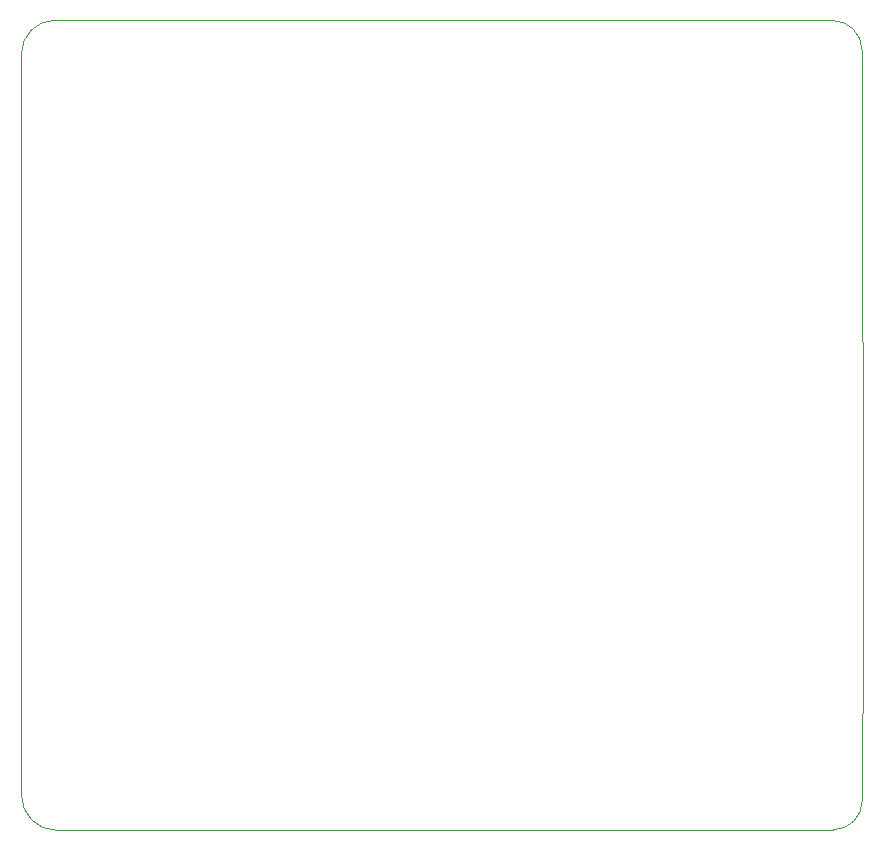
<source format=gm1>
G04 #@! TF.GenerationSoftware,KiCad,Pcbnew,8.0.8*
G04 #@! TF.CreationDate,2025-04-14T11:11:05+01:00*
G04 #@! TF.ProjectId,Bat-mon_v1-Fixo,4261742d-6d6f-46e5-9f76-312d4669786f,rev?*
G04 #@! TF.SameCoordinates,Original*
G04 #@! TF.FileFunction,Profile,NP*
%FSLAX46Y46*%
G04 Gerber Fmt 4.6, Leading zero omitted, Abs format (unit mm)*
G04 Created by KiCad (PCBNEW 8.0.8) date 2025-04-14 11:11:05*
%MOMM*%
%LPD*%
G01*
G04 APERTURE LIST*
G04 #@! TA.AperFunction,Profile*
%ADD10C,0.050000*%
G04 #@! TD*
G04 APERTURE END LIST*
D10*
X134232234Y-45149938D02*
G75*
G02*
X137068420Y-42321168I2857466J-28762D01*
G01*
X205432233Y-108382233D02*
G75*
G02*
X202932233Y-110882233I-2500033J33D01*
G01*
X205432233Y-108382233D02*
X205450000Y-93900000D01*
X137221320Y-110928680D02*
X202932233Y-110882233D01*
X202882234Y-42349938D02*
G75*
G02*
X205399999Y-44850000I-34J-2517862D01*
G01*
X137068421Y-42321262D02*
X202882234Y-42349938D01*
X134221320Y-107928680D02*
X134232234Y-45149938D01*
X205450000Y-93900000D02*
X205400000Y-44850000D01*
X137221320Y-110928680D02*
G75*
G02*
X134221320Y-107928680I-20J2999980D01*
G01*
M02*

</source>
